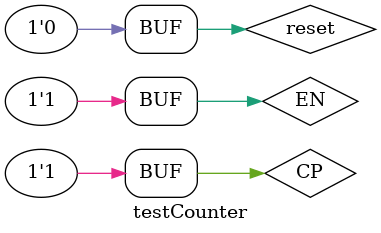
<source format=v>
`timescale 1ns / 1ps


module testCounter;

	// Inputs
	reg CP;
	reg EN;
	reg reset;
	parameter period = 10;
	// Outputs
	wire [7:0] Cnt;
	
	// Instantiate the Unit Under Test (UUT)
	counter_60 uut (
		.CP(CP), 
		.EN(EN), 
		.reset(reset), 
		.Cnt(Cnt)
	);
	always begin
		CP = 1'b0;
		#(period/2) CP = 1'b1;
		#(period/2);
	end
	initial begin
		// Initialize Inputs
		CP = 0;
		EN = 0;
		reset = 0;

		// Wait 100 ns for global reset to finish
		#100;
        EN = 1;
		// Add stimulus here

	end
      
endmodule


</source>
